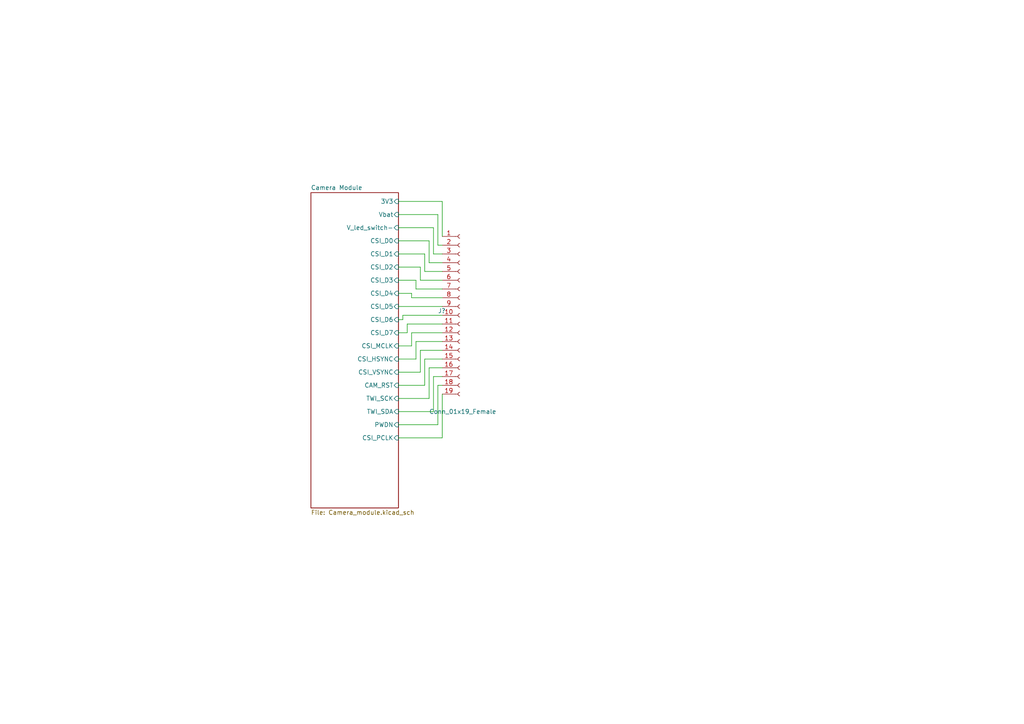
<source format=kicad_sch>
(kicad_sch (version 20211123) (generator eeschema)
  (paper "A4")
  (lib_symbols
    (symbol "Connector:Conn_01x19_Female" (pin_names (offset 1.016) hide)
      (property "Reference" "J" (at 0 25.4 0))
      (property "Value" "Conn_01x19_Female" (at 0 -25.4 0))
      (symbol "Conn_01x19_Female_1_1"
        (arc (start 0 -22.352) (mid -0.508 -22.86) (end 0 -23.368) (stroke (width 0.1524)))
        (arc (start 0 -19.812) (mid -0.508 -20.32) (end 0 -20.828) (stroke (width 0.1524)))
        (arc (start 0 -17.272) (mid -0.508 -17.78) (end 0 -18.288) (stroke (width 0.1524)))
        (arc (start 0 -14.732) (mid -0.508 -15.24) (end 0 -15.748) (stroke (width 0.1524)))
        (arc (start 0 -12.192) (mid -0.508 -12.7) (end 0 -13.208) (stroke (width 0.1524)))
        (arc (start 0 -9.652) (mid -0.508 -10.16) (end 0 -10.668) (stroke (width 0.1524)))
        (arc (start 0 -7.112) (mid -0.508 -7.62) (end 0 -8.128) (stroke (width 0.1524)))
        (arc (start 0 -4.572) (mid -0.508 -5.08) (end 0 -5.588) (stroke (width 0.1524)))
        (arc (start 0 -2.032) (mid -0.508 -2.54) (end 0 -3.048) (stroke (width 0.1524)))
        (polyline (pts (xy -1.27 -22.86) (xy -0.508 -22.86)) (stroke (width 0.1524)))
        (polyline (pts (xy -1.27 -20.32) (xy -0.508 -20.32)) (stroke (width 0.1524)))
        (polyline (pts (xy -1.27 -17.78) (xy -0.508 -17.78)) (stroke (width 0.1524)))
        (polyline (pts (xy -1.27 -15.24) (xy -0.508 -15.24)) (stroke (width 0.1524)))
        (polyline (pts (xy -1.27 -12.7) (xy -0.508 -12.7)) (stroke (width 0.1524)))
        (polyline (pts (xy -1.27 -10.16) (xy -0.508 -10.16)) (stroke (width 0.1524)))
        (polyline (pts (xy -1.27 -7.62) (xy -0.508 -7.62)) (stroke (width 0.1524)))
        (polyline (pts (xy -1.27 -5.08) (xy -0.508 -5.08)) (stroke (width 0.1524)))
        (polyline (pts (xy -1.27 -2.54) (xy -0.508 -2.54)) (stroke (width 0.1524)))
        (polyline (pts (xy -1.27 0) (xy -0.508 0)) (stroke (width 0.1524)))
        (polyline (pts (xy -1.27 2.54) (xy -0.508 2.54)) (stroke (width 0.1524)))
        (polyline (pts (xy -1.27 5.08) (xy -0.508 5.08)) (stroke (width 0.1524)))
        (polyline (pts (xy -1.27 7.62) (xy -0.508 7.62)) (stroke (width 0.1524)))
        (polyline (pts (xy -1.27 10.16) (xy -0.508 10.16)) (stroke (width 0.1524)))
        (polyline (pts (xy -1.27 12.7) (xy -0.508 12.7)) (stroke (width 0.1524)))
        (polyline (pts (xy -1.27 15.24) (xy -0.508 15.24)) (stroke (width 0.1524)))
        (polyline (pts (xy -1.27 17.78) (xy -0.508 17.78)) (stroke (width 0.1524)))
        (polyline (pts (xy -1.27 20.32) (xy -0.508 20.32)) (stroke (width 0.1524)))
        (polyline (pts (xy -1.27 22.86) (xy -0.508 22.86)) (stroke (width 0.1524)))
        (arc (start 0 0.508) (mid -0.508 0) (end 0 -0.508) (stroke (width 0.1524)))
        (arc (start 0 3.048) (mid -0.508 2.54) (end 0 2.032) (stroke (width 0.1524)))
        (arc (start 0 5.588) (mid -0.508 5.08) (end 0 4.572) (stroke (width 0.1524)))
        (arc (start 0 8.128) (mid -0.508 7.62) (end 0 7.112) (stroke (width 0.1524)))
        (arc (start 0 10.668) (mid -0.508 10.16) (end 0 9.652) (stroke (width 0.1524)))
        (arc (start 0 13.208) (mid -0.508 12.7) (end 0 12.192) (stroke (width 0.1524)))
        (arc (start 0 15.748) (mid -0.508 15.24) (end 0 14.732) (stroke (width 0.1524)))
        (arc (start 0 18.288) (mid -0.508 17.78) (end 0 17.272) (stroke (width 0.1524)))
        (arc (start 0 20.828) (mid -0.508 20.32) (end 0 19.812) (stroke (width 0.1524)))
        (arc (start 0 23.368) (mid -0.508 22.86) (end 0 22.352) (stroke (width 0.1524)))
        (pin passive line (at -5.08 22.86 0) (length 3.81) (name "Pin_1") (number "1"))
        (pin passive line (at -5.08 0 0) (length 3.81) (name "Pin_10") (number "10"))
        (pin passive line (at -5.08 -2.54 0) (length 3.81) (name "Pin_11") (number "11"))
        (pin passive line (at -5.08 -5.08 0) (length 3.81) (name "Pin_12") (number "12"))
        (pin passive line (at -5.08 -7.62 0) (length 3.81) (name "Pin_13") (number "13"))
        (pin passive line (at -5.08 -10.16 0) (length 3.81) (name "Pin_14") (number "14"))
        (pin passive line (at -5.08 -12.7 0) (length 3.81) (name "Pin_15") (number "15"))
        (pin passive line (at -5.08 -15.24 0) (length 3.81) (name "Pin_16") (number "16"))
        (pin passive line (at -5.08 -17.78 0) (length 3.81) (name "Pin_17") (number "17"))
        (pin passive line (at -5.08 -20.32 0) (length 3.81) (name "Pin_18") (number "18"))
        (pin passive line (at -5.08 -22.86 0) (length 3.81) (name "Pin_19") (number "19"))
        (pin passive line (at -5.08 20.32 0) (length 3.81) (name "Pin_2") (number "2"))
        (pin passive line (at -5.08 17.78 0) (length 3.81) (name "Pin_3") (number "3"))
        (pin passive line (at -5.08 15.24 0) (length 3.81) (name "Pin_4") (number "4"))
        (pin passive line (at -5.08 12.7 0) (length 3.81) (name "Pin_5") (number "5"))
        (pin passive line (at -5.08 10.16 0) (length 3.81) (name "Pin_6") (number "6"))
        (pin passive line (at -5.08 7.62 0) (length 3.81) (name "Pin_7") (number "7"))
        (pin passive line (at -5.08 5.08 0) (length 3.81) (name "Pin_8") (number "8"))
        (pin passive line (at -5.08 2.54 0) (length 3.81) (name "Pin_9") (number "9"))
      )
    )
  )
  (wire (pts (xy 115.57 62.23) (xy 127 62.23)))
  (wire (pts (xy 127 62.23) (xy 127 71.12)))
  (wire (pts (xy 116.84 91.44) (xy 128.27 91.44)))
  (wire (pts (xy 124.46 115.57) (xy 124.46 106.68)))
  (wire (pts (xy 115.57 127) (xy 128.27 127)))
  (wire (pts (xy 115.57 119.38) (xy 125.73 119.38)))
  (wire (pts (xy 123.19 78.74) (xy 128.27 78.74)))
  (wire (pts (xy 124.46 106.68) (xy 128.27 106.68)))
  (wire (pts (xy 123.19 73.66) (xy 123.19 78.74)))
  (wire (pts (xy 115.57 107.95) (xy 121.92 107.95)))
  (wire (pts (xy 115.57 58.42) (xy 128.27 58.42)))
  (wire (pts (xy 124.46 76.2) (xy 128.27 76.2)))
  (wire (pts (xy 121.92 81.28) (xy 128.27 81.28)))
  (wire (pts (xy 128.27 83.82) (xy 120.65 83.82)))
  (wire (pts (xy 128.27 114.3) (xy 128.27 127)))
  (wire (pts (xy 115.57 104.14) (xy 120.65 104.14)))
  (wire (pts (xy 115.57 123.19) (xy 127 123.19)))
  (wire (pts (xy 127 111.76) (xy 127 123.19)))
  (wire (pts (xy 115.57 92.71) (xy 116.84 92.71)))
  (wire (pts (xy 128.27 68.58) (xy 128.27 58.42)))
  (wire (pts (xy 128.27 111.76) (xy 127 111.76)))
  (wire (pts (xy 118.11 93.98) (xy 118.11 96.52)))
  (wire (pts (xy 124.46 69.85) (xy 124.46 76.2)))
  (wire (pts (xy 119.38 85.09) (xy 119.38 86.36)))
  (wire (pts (xy 115.57 73.66) (xy 123.19 73.66)))
  (wire (pts (xy 120.65 83.82) (xy 120.65 81.28)))
  (wire (pts (xy 118.11 96.52) (xy 115.57 96.52)))
  (wire (pts (xy 116.84 92.71) (xy 116.84 91.44)))
  (wire (pts (xy 125.73 73.66) (xy 125.73 66.04)))
  (wire (pts (xy 121.92 77.47) (xy 121.92 81.28)))
  (wire (pts (xy 119.38 86.36) (xy 128.27 86.36)))
  (wire (pts (xy 128.27 93.98) (xy 118.11 93.98)))
  (wire (pts (xy 128.27 73.66) (xy 125.73 73.66)))
  (wire (pts (xy 115.57 88.9) (xy 128.27 88.9)))
  (wire (pts (xy 115.57 66.04) (xy 125.73 66.04)))
  (wire (pts (xy 128.27 104.14) (xy 123.19 104.14)))
  (wire (pts (xy 119.38 100.33) (xy 119.38 96.52)))
  (wire (pts (xy 119.38 96.52) (xy 128.27 96.52)))
  (wire (pts (xy 125.73 109.22) (xy 125.73 119.38)))
  (wire (pts (xy 115.57 100.33) (xy 119.38 100.33)))
  (wire (pts (xy 115.57 85.09) (xy 119.38 85.09)))
  (wire (pts (xy 121.92 107.95) (xy 121.92 101.6)))
  (wire (pts (xy 128.27 109.22) (xy 125.73 109.22)))
  (wire (pts (xy 123.19 104.14) (xy 123.19 111.76)))
  (wire (pts (xy 115.57 81.28) (xy 120.65 81.28)))
  (wire (pts (xy 115.57 69.85) (xy 124.46 69.85)))
  (wire (pts (xy 127 71.12) (xy 128.27 71.12)))
  (wire (pts (xy 115.57 115.57) (xy 124.46 115.57)))
  (wire (pts (xy 120.65 99.06) (xy 120.65 104.14)))
  (wire (pts (xy 115.57 111.76) (xy 123.19 111.76)))
  (wire (pts (xy 115.57 77.47) (xy 121.92 77.47)))
  (wire (pts (xy 128.27 99.06) (xy 120.65 99.06)))
  (wire (pts (xy 121.92 101.6) (xy 128.27 101.6)))
  (symbol (lib_id "Connector:Conn_01x19_Female") (at 133.35 91.44 0) (unit 1)
    (property "Reference" "J?" (at 127 90.17 0) (effects (justify left)))
    (property "Value" "Conn_01x19_Female" (at 124.46 119.38 0) (effects (justify left)))
    (property "Footprint" "Connector_PinHeader_2.54mm:PinHeader_1x19_P2.54mm_Vertical" (effects hide))
  )
  (sheet (at 90.17 55.88) (size 25.4 91.44)
    (property "Sheet name" "Camera Module" (at 90.17 55.1684 0) (effects (justify left bottom)))
    (property "Sheet file" "Camera_module.kicad_sch" (at 90.17 147.9046 0) (effects (justify left top)))
    (pin "CSI_D0" input (at 115.57 69.85 0))
    (pin "CSI_D1" input (at 115.57 73.66 0))
    (pin "CSI_D2" input (at 115.57 77.47 0))
    (pin "CSI_D3" input (at 115.57 81.28 0))
    (pin "CSI_D4" input (at 115.57 85.09 0))
    (pin "CSI_D5" input (at 115.57 88.9 0))
    (pin "CSI_D6" input (at 115.57 92.71 0))
    (pin "CSI_D7" input (at 115.57 96.52 0))
    (pin "CSI_MCLK" input (at 115.57 100.33 0))
    (pin "CSI_HSYNC" input (at 115.57 104.14 0))
    (pin "CSI_VSYNC" input (at 115.57 107.95 0))
    (pin "CAM_RST" input (at 115.57 111.76 0))
    (pin "TWI_SCK" input (at 115.57 115.57 0))
    (pin "TWI_SDA" input (at 115.57 119.38 0))
    (pin "3V3" input (at 115.57 58.42 0))
    (pin "V_led_switch-" input (at 115.57 66.04 0))
    (pin "Vbat" input (at 115.57 62.23 0))
    (pin "PWDN" input (at 115.57 123.19 0))
    (pin "CSI_PCLK" input (at 115.57 127 0))
  )
)
</source>
